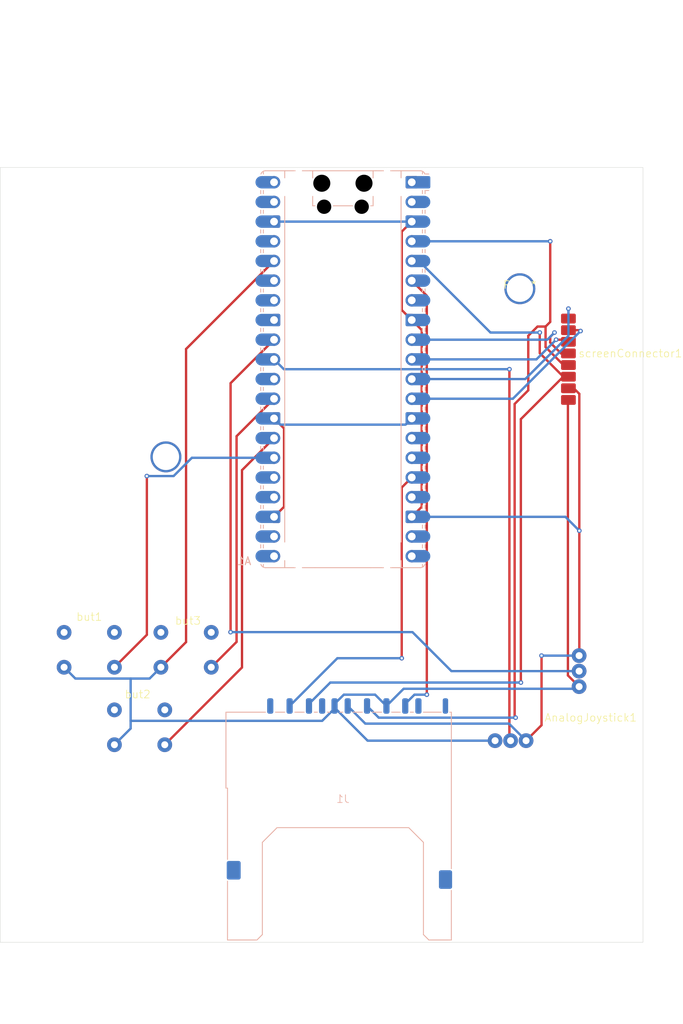
<source format=kicad_pcb>
(kicad_pcb (version 20241229) (generator "pcbnew") (generator_version "9.0")
  (title_block (title "WTAIFIPO") (date "2025-03-20") (rev "1") (company "Ozzys"))
  (layers (0 "F.Cu" signal) (2 "B.Cu" signal) (13 "F.Paste" user) (15 "B.Paste" user) (5 "F.SilkS" user "F.Silkscreen") (7 "B.SilkS" user "B.Silkscreen") (1 "F.Mask" user) (3 "B.Mask" user) (25 "Edge.Cuts" user))
  (net 0 "")
  (net 1 "unconnected-(A1-GPIO11-Pad15)")
  (net 2 "unconnected-(A1-3V3_EN-Pad37)")
  (net 3 "unconnected-(A1-VSYS-Pad39)")
  (net 4 "GROUND")
  (net 5 "SCR_DC")
  (net 6 "unconnected-(A1-GPIO19-Pad25)")
  (net 7 "VCC")
  (net 8 "MMC_CS")
  (net 9 "unconnected-(A1-GPIO5-Pad7)")
  (net 10 "unconnected-(A1-GPIO13-Pad17)")
  (net 11 "unconnected-(A1-GPIO10-Pad14)")
  (net 12 "pinOne")
  (net 13 "SCR_RST")
  (net 14 "unconnected-(A1-ADC_VREF-Pad35)")
  (net 15 "MOSI")
  (net 16 "unconnected-(A1-RUN-Pad30)")
  (net 17 "unconnected-(A1-GPIO17-Pad22)")
  (net 18 "unconnected-(A1-VBUS-Pad40)")
  (net 19 "SCR_BL")
  (net 20 "CLOCK")
  (net 21 "unconnected-(A1-GPIO28_ADC2-Pad34)")
  (net 22 "JOYx")
  (net 23 "unconnected-(A1-GPIO0-Pad1)")
  (net 24 "unconnected-(A1-AGND-Pad33)")
  (net 25 "JOYy")
  (net 26 "unconnected-(A1-GPIO14-Pad19)")
  (net 27 "unconnected-(A1-GPIO18-Pad24)")
  (net 28 "pinTwo")
  (net 29 "pinThree")
  (net 30 "MISO")
  (net 31 "SCR_CS")
  (net 32 "unconnected-(A1-GPIO16-Pad21)")
  (net 33 "unconnected-(A1-GPIO15-Pad20)")
  (net 34 "unconnected-(A1-GPIO1-Pad2)")
  (footprint "MyLibrary:Untitled" (layer "F.Cu") (at 130.63 107.5039)
    (property "Reference" "but2" (at -0.25 -4.25 0) (layer "F.SilkS") (effects (font (thickness 0.1))))
    (property "Value" "~")
    (pad "1" thru_hole circle (at -3.25 -2.25) (size 1.905 1.905) (drill 0.9) (layers "*.Cu" "*.Mask"))
    (pad "2" thru_hole circle (at -3.25 2.25) (size 1.905 1.905) (drill 0.9) (layers "*.Cu" "*.Mask") (net 7 "VCC"))
    (pad "3" thru_hole circle (at 3.25 -2.25) (size 1.905 1.905) (drill 0.9) (layers "*.Cu" "*.Mask"))
    (pad "4" thru_hole circle (at 3.25 2.25) (size 1.905 1.905) (drill 0.9) (layers "*.Cu" "*.Mask") (net 28 "pinTwo"))
  )
  (footprint "MyLibrary:Untitled_3" (layer "F.Cu") (at 186 62.7539)
    (property "Reference" "screenConnector1" (at 8 -3.5 0) (layer "F.SilkS") (effects (font (thickness 0.1))))
    (property "Value" "~")
    (pad "1" smd roundrect (at 0 -8) (size 1.905 1.27) (layers "F.Cu" "F.Mask" "F.Paste") (roundrect_rratio 0.15) (net 19 "SCR_BL"))
    (pad "2" smd roundrect (at 0 -6.5) (size 1.905 1.27) (layers "F.Cu" "F.Mask" "F.Paste") (roundrect_rratio 0.15) (net 13 "SCR_RST"))
    (pad "3" smd roundrect (at 0 -5) (size 1.905 1.27) (layers "F.Cu" "F.Mask" "F.Paste") (roundrect_rratio 0.15) (net 5 "SCR_DC"))
    (pad "4" smd roundrect (at 0 -3.5) (size 1.905 1.27) (layers "F.Cu" "F.Mask" "F.Paste") (roundrect_rratio 0.15) (net 31 "SCR_CS"))
    (pad "5" smd roundrect (at 0 -2) (size 1.905 1.27) (layers "F.Cu" "F.Mask" "F.Paste") (roundrect_rratio 0.15) (net 20 "CLOCK"))
    (pad "6" smd roundrect (at 0 -0.5) (size 1.905 1.27) (layers "F.Cu" "F.Mask" "F.Paste") (roundrect_rratio 0.15) (net 15 "MOSI"))
    (pad "7" smd roundrect (at 0 1) (size 1.905 1.27) (layers "F.Cu" "F.Mask" "F.Paste") (roundrect_rratio 0.15) (net 4 "GROUND"))
    (pad "8" smd roundrect (at 0 2.5) (size 1.905 1.27) (layers "F.Cu" "F.Mask" "F.Paste") (roundrect_rratio 0.15) (net 7 "VCC"))
  )
  (footprint "MyLibrary:Untitled" (layer "F.Cu") (at 124.13 97.5039)
    (property "Reference" "but1" (at 0 -4.25 0) (layer "F.SilkS") (effects (font (thickness 0.1))))
    (property "Value" "~")
    (pad "1" thru_hole circle (at -3.25 -2.25) (size 1.905 1.905) (drill 0.9) (layers "*.Cu" "*.Mask"))
    (pad "2" thru_hole circle (at -3.25 2.25) (size 1.905 1.905) (drill 0.9) (layers "*.Cu" "*.Mask") (net 7 "VCC"))
    (pad "3" thru_hole circle (at 3.25 -2.25) (size 1.905 1.905) (drill 0.9) (layers "*.Cu" "*.Mask"))
    (pad "4" thru_hole circle (at 3.25 2.25) (size 1.905 1.905) (drill 0.9) (layers "*.Cu" "*.Mask") (net 29 "pinThree"))
  )
  (footprint "MyLibrary:drilledHole" (layer "F.Cu") (at 134.03 72.6039)
    (property "Reference" "e" (at 0 -0.5 0) (layer "F.SilkS") (effects (font (thickness 0.1))))
    (property "Value" "drilledHole")
    (pad "1" thru_hole circle (at 0 0) (size 4 4) (drill 3.4) (layers "*.Cu" "*.Mask"))
  )
  (footprint "MyLibrary:drilledHole" (layer "F.Cu") (at 179.73 50.9039)
    (property "Reference" "REF**" (at 0 -0.5 0) (layer "F.SilkS") (effects (font (thickness 0.1))))
    (property "Value" "drilledHole")
    (pad "1" thru_hole circle (at 0 0) (size 4 4) (drill 3.4) (layers "*.Cu" "*.Mask"))
  )
  (footprint "MyLibrary:Untitled" (layer "F.Cu") (at 136.63 97.5039)
    (property "Reference" "but3" (at 0.25 -3.75 0) (layer "F.SilkS") (effects (font (thickness 0.1))))
    (property "Value" "~")
    (pad "1" thru_hole circle (at -3.25 -2.25) (size 1.905 1.905) (drill 0.9) (layers "*.Cu" "*.Mask"))
    (pad "2" thru_hole circle (at -3.25 2.25) (size 1.905 1.905) (drill 0.9) (layers "*.Cu" "*.Mask") (net 7 "VCC"))
    (pad "3" thru_hole circle (at 3.25 -2.25) (size 1.905 1.905) (drill 0.9) (layers "*.Cu" "*.Mask"))
    (pad "4" thru_hole circle (at 3.25 2.25) (size 1.905 1.905) (drill 0.9) (layers "*.Cu" "*.Mask") (net 12 "pinOne"))
  )
  (footprint "Library:2djoystick" (layer "F.Cu") (at 178.53 100.2539)
    (property "Reference" "AnalogJoystick1" (at 10.35 6 0) (layer "F.SilkS") (effects (font (thickness 0.1))))
    (property "Value" "~")
    (pad "1" thru_hole circle (at 8.85 0) (size 1.905 1.905) (drill 0.9) (layers "*.Cu" "*.Mask") (net 22 "JOYx"))
    (pad "2" thru_hole circle (at 8.85 -2) (size 1.905 1.905) (drill 0.9) (layers "*.Cu" "*.Mask") (net 4 "GROUND"))
    (pad "3" thru_hole circle (at 8.85 2) (size 1.905 1.905) (drill 0.9) (layers "*.Cu" "*.Mask") (net 7 "VCC"))
    (pad "4" thru_hole circle (at 0 8.975) (size 1.905 1.905) (drill 0.9) (layers "*.Cu" "*.Mask") (net 25 "JOYy"))
    (pad "5" thru_hole circle (at 2 8.975) (size 1.905 1.905) (drill 0.9) (layers "*.Cu" "*.Mask") (net 4 "GROUND"))
    (pad "6" thru_hole circle (at -2 8.975) (size 1.905 1.905) (drill 0.9) (layers "*.Cu" "*.Mask") (net 7 "VCC"))
  )
  (footprint "MyLibrary:Untitled_2" (layer "B.Cu") (at 156.88 117.2539 180)
    (property "Reference" "J1" (at 0 0.5 0) (layer "B.SilkS") (effects (font (thickness 0.1)) (justify mirror)))
    (property "Value" "SD_Card_Receptacle")
    (pad "" np_thru_hole circle (at -12.1 -12) (size 1.5 1.5) (drill 1.5) (layers "*.Cu" "*.Mask"))
    (pad "" np_thru_hole circle (at 12.1 -12) (size 1.5 1.5) (drill 1.5) (layers "*.Cu" "*.Mask"))
    (pad "1" smd roundrect (at 6.88 12.5 180) (size 0.8 2) (layers "B.Cu" "B.Mask" "B.Paste") (roundrect_rratio 0.313) (net 8 "MMC_CS"))
    (pad "2" smd roundrect (at 4.38 12.5 180) (size 0.8 2) (layers "B.Cu" "B.Mask" "B.Paste") (roundrect_rratio 0.313) (net 15 "MOSI"))
    (pad "3" smd roundrect (at 1.08 12.5 180) (size 0.8 2) (layers "B.Cu" "B.Mask" "B.Paste") (roundrect_rratio 0.313) (net 7 "VCC"))
    (pad "4" smd roundrect (at -0.62 12.5 180) (size 0.8 2) (layers "B.Cu" "B.Mask" "B.Paste") (roundrect_rratio 0.313) (net 4 "GROUND"))
    (pad "5" smd roundrect (at -3.12 12.5 180) (size 0.8 2) (layers "B.Cu" "B.Mask" "B.Paste") (roundrect_rratio 0.313) (net 20 "CLOCK"))
    (pad "6" smd roundrect (at -5.62 12.5 180) (size 0.8 2) (layers "B.Cu" "B.Mask" "B.Paste") (roundrect_rratio 0.313) (net 7 "VCC"))
    (pad "7" smd roundrect (at -8.05 12.5 180) (size 0.8 2) (layers "B.Cu" "B.Mask" "B.Paste") (roundrect_rratio 0.313) (net 30 "MISO"))
    (pad "8" smd roundrect (at -9.75 12.5 180) (size 0.8 2) (layers "B.Cu" "B.Mask" "B.Paste") (roundrect_rratio 0.313))
    (pad "9" smd roundrect (at 9.38 12.5 180) (size 0.8 2) (layers "B.Cu" "B.Mask" "B.Paste") (roundrect_rratio 0.313))
    (pad "10" smd roundrect (at 2.68 12.5 180) (size 0.8 2) (layers "B.Cu" "B.Mask" "B.Paste") (roundrect_rratio 0.313))
    (pad "11" smd roundrect (at -13.24 12.5 180) (size 0.7 2) (layers "B.Cu" "B.Mask" "B.Paste") (roundrect_rratio 0.357))
    (pad "12" smd roundrect (at 14.1 -8.7 180) (size 1.8 2.4) (layers "B.Cu" "B.Mask" "B.Paste") (roundrect_rratio 0.139))
    (pad "13" smd roundrect (at -13.25 -9.9 180) (size 1.7 2.4) (layers "B.Cu" "B.Mask" "B.Paste") (roundrect_rratio 0.147))
  )
  (footprint "Module:RaspberryPi_Pico_Common_Unspecified" (layer "B.Cu") (at 156.88 61.2914 180)
    (property "Reference" "A1" (at 11.7475 -24.765 0) (layer "B.SilkS") (effects (justify left mirror)))
    (property "Value" "RaspberryPi_Pico")
    (pad "" np_thru_hole circle (at -2.725 24 180) (size 2.2 2.2) (drill 2.2) (layers "*.Mask"))
    (pad "" np_thru_hole circle (at -2.425 20.97 180) (size 1.85 1.85) (drill 1.85) (layers "*.Mask"))
    (pad "" np_thru_hole circle (at 2.425 20.97 180) (size 1.85 1.85) (drill 1.85) (layers "*.Mask"))
    (pad "" np_thru_hole circle (at 2.725 24 180) (size 2.2 2.2) (drill 2.2) (layers "*.Mask"))
    (pad "1" smd custom (at -9.69 24.13 180) (size 1.6 0.8) (layers "B.Cu" "B.Mask") (net 23 "unconnected-(A1-GPIO0-Pad1)") (options (clearance outline) (anchor rect)) (primitives (gr_circle (center 0.8 0) (end 1.6 0) (width 0) (fill yes)) (gr_poly (pts (xy -1.6 0.6) (xy -1.6 -0.6) (xy -1.4 -0.8) (xy 0.8 -0.8) (xy 0.8 0.8) (xy -1.4 0.8)) (width 0) (fill yes)) (gr_circle (center -1.4 0.6) (end -1.2 0.6) (width 0) (fill yes)) (gr_circle (center -1.4 -0.6) (end -1.2 -0.6) (width 0) (fill yes))))
    (pad "1" thru_hole roundrect (at -8.89 24.13 180) (size 1.6 1.6) (drill 1) (layers "*.Cu" "*.Mask") (roundrect_rratio 0.125) (net 23 "unconnected-(A1-GPIO0-Pad1)"))
    (pad "2" smd roundrect (at -9.69 21.59 180) (size 3.2 1.6) (layers "B.Cu" "B.Mask") (roundrect_rratio 0.5) (net 34 "unconnected-(A1-GPIO1-Pad2)"))
    (pad "2" thru_hole circle (at -8.89 21.59 180) (size 1.6 1.6) (drill 1) (layers "*.Cu" "*.Mask") (net 34 "unconnected-(A1-GPIO1-Pad2)"))
    (pad "3" smd custom (at -9.69 19.05 180) (size 1.6 0.8) (layers "B.Cu" "B.Mask") (net 4 "GROUND") (options (clearance outline) (anchor rect)) (primitives (gr_circle (center -0.8 0) (end 0 0) (width 0) (fill yes)) (gr_poly (pts (xy 1.6 0.6) (xy 1.6 -0.6) (xy 1.4 -0.8) (xy -0.8 -0.8) (xy -0.8 0.8) (xy 1.4 0.8)) (width 0) (fill yes)) (gr_circle (center 1.4 0.6) (end 1.6 0.6) (width 0) (fill yes)) (gr_circle (center 1.4 -0.6) (end 1.6 -0.6) (width 0) (fill yes))))
    (pad "3" thru_hole custom (at -8.89 19.05 180) (size 1.6 1.6) (drill 1) (layers "*.Cu" "*.Mask") (net 4 "GROUND") (options (clearance outline) (anchor circle)) (primitives (gr_poly (pts (xy 0.8 -0.6) (xy 0.8 0.6) (xy 0.6 0.8) (xy 0 0.8) (xy 0 -0.8) (xy 0.6 -0.8)) (width 0) (fill yes)) (gr_circle (center 0.6 -0.6) (end 0.8 -0.6) (width 0) (fill yes)) (gr_circle (center 0.6 0.6) (end 0.8 0.6) (width 0) (fill yes))))
    (pad "4" smd roundrect (at -9.69 16.51 180) (size 3.2 1.6) (layers "B.Cu" "B.Mask") (roundrect_rratio 0.5) (net 20 "CLOCK"))
    (pad "4" thru_hole circle (at -8.89 16.51 180) (size 1.6 1.6) (drill 1) (layers "*.Cu" "*.Mask") (net 20 "CLOCK"))
    (pad "5" smd roundrect (at -9.69 13.97 180) (size 3.2 1.6) (layers "B.Cu" "B.Mask") (roundrect_rratio 0.5) (net 15 "MOSI"))
    (pad "5" thru_hole circle (at -8.89 13.97 180) (size 1.6 1.6) (drill 1) (layers "*.Cu" "*.Mask") (net 15 "MOSI"))
    (pad "6" smd roundrect (at -9.69 11.43 180) (size 3.2 1.6) (layers "B.Cu" "B.Mask") (roundrect_rratio 0.5) (net 30 "MISO"))
    (pad "6" thru_hole circle (at -8.89 11.43 180) (size 1.6 1.6) (drill 1) (layers "*.Cu" "*.Mask") (net 30 "MISO"))
    (pad "7" smd roundrect (at -9.69 8.89 180) (size 3.2 1.6) (layers "B.Cu" "B.Mask") (roundrect_rratio 0.5) (net 9 "unconnected-(A1-GPIO5-Pad7)"))
    (pad "7" thru_hole circle (at -8.89 8.89 180) (size 1.6 1.6) (drill 1) (layers "*.Cu" "*.Mask") (net 9 "unconnected-(A1-GPIO5-Pad7)"))
    (pad "8" smd custom (at -9.69 6.35 180) (size 1.6 0.8) (layers "B.Cu" "B.Mask") (net 4 "GROUND") (options (clearance outline) (anchor rect)) (primitives (gr_circle (center -0.8 0) (end 0 0) (width 0) (fill yes)) (gr_poly (pts (xy 1.6 0.6) (xy 1.6 -0.6) (xy 1.4 -0.8) (xy -0.8 -0.8) (xy -0.8 0.8) (xy 1.4 0.8)) (width 0) (fill yes)) (gr_circle (center 1.4 0.6) (end 1.6 0.6) (width 0) (fill yes)) (gr_circle (center 1.4 -0.6) (end 1.6 -0.6) (width 0) (fill yes))))
    (pad "8" thru_hole custom (at -8.89 6.35 180) (size 1.6 1.6) (drill 1) (layers "*.Cu" "*.Mask") (net 4 "GROUND") (options (clearance outline) (anchor circle)) (primitives (gr_poly (pts (xy 0.8 -0.6) (xy 0.8 0.6) (xy 0.6 0.8) (xy 0 0.8) (xy 0 -0.8) (xy 0.6 -0.8)) (width 0) (fill yes)) (gr_circle (center 0.6 -0.6) (end 0.8 -0.6) (width 0) (fill yes)) (gr_circle (center 0.6 0.6) (end 0.8 0.6) (width 0) (fill yes))))
    (pad "9" smd roundrect (at -9.69 3.81 180) (size 3.2 1.6) (layers "B.Cu" "B.Mask") (roundrect_rratio 0.5) (net 31 "SCR_CS"))
    (pad "9" thru_hole circle (at -8.89 3.81 180) (size 1.6 1.6) (drill 1) (layers "*.Cu" "*.Mask") (net 31 "SCR_CS"))
    (pad "10" smd roundrect (at -9.69 1.27 180) (size 3.2 1.6) (layers "B.Cu" "B.Mask") (roundrect_rratio 0.5) (net 5 "SCR_DC"))
    (pad "10" thru_hole circle (at -8.89 1.27 180) (size 1.6 1.6) (drill 1) (layers "*.Cu" "*.Mask") (net 5 "SCR_DC"))
    (pad "11" smd roundrect (at -9.69 -1.27 180) (size 3.2 1.6) (layers "B.Cu" "B.Mask") (roundrect_rratio 0.5) (net 19 "SCR_BL"))
    (pad "11" thru_hole circle (at -8.89 -1.27 180) (size 1.6 1.6) (drill 1) (layers "*.Cu" "*.Mask") (net 19 "SCR_BL"))
    (pad "12" smd roundrect (at -9.69 -3.81 180) (size 3.2 1.6) (layers "B.Cu" "B.Mask") (roundrect_rratio 0.5) (net 13 "SCR_RST"))
    (pad "12" thru_hole circle (at -8.89 -3.81 180) (size 1.6 1.6) (drill 1) (layers "*.Cu" "*.Mask") (net 13 "SCR_RST"))
    (pad "13" smd custom (at -9.69 -6.35 180) (size 1.6 0.8) (layers "B.Cu" "B.Mask") (net 4 "GROUND") (options (clearance outline) (anchor rect)) (primitives (gr_circle (center -0.8 0) (end 0 0) (width 0) (fill yes)) (gr_poly (pts (xy 1.6 0.6) (xy 1.6 -0.6) (xy 1.4 -0.8) (xy -0.8 -0.8) (xy -0.8 0.8) (xy 1.4 0.8)) (width 0) (fill yes)) (gr_circle (center 1.4 0.6) (end 1.6 0.6) (width 0) (fill yes)) (gr_circle (center 1.4 -0.6) (end 1.6 -0.6) (width 0) (fill yes))))
    (pad "13" thru_hole custom (at -8.89 -6.35 180) (size 1.6 1.6) (drill 1) (layers "*.Cu" "*.Mask") (net 4 "GROUND") (options (clearance outline) (anchor circle)) (primitives (gr_poly (pts (xy 0.8 -0.6) (xy 0.8 0.6) (xy 0.6 0.8) (xy 0 0.8) (xy 0 -0.8) (xy 0.6 -0.8)) (width 0) (fill yes)) (gr_circle (center 0.6 -0.6) (end 0.8 -0.6) (width 0) (fill yes)) (gr_circle (center 0.6 0.6) (end 0.8 0.6) (width 0) (fill yes))))
    (pad "14" smd roundrect (at -9.69 -8.89 180) (size 3.2 1.6) (layers "B.Cu" "B.Mask") (roundrect_rratio 0.5) (net 11 "unconnected-(A1-GPIO10-Pad14)"))
    (pad "14" thru_hole circle (at -8.89 -8.89 180) (size 1.6 1.6) (drill 1) (layers "*.Cu" "*.Mask") (net 11 "unconnected-(A1-GPIO10-Pad14)"))
    (pad "15" smd roundrect (at -9.69 -11.43 180) (size 3.2 1.6) (layers "B.Cu" "B.Mask") (roundrect_rratio 0.5) (net 1 "unconnected-(A1-GPIO11-Pad15)"))
    (pad "15" thru_hole circle (at -8.89 -11.43 180) (size 1.6 1.6) (drill 1) (layers "*.Cu" "*.Mask") (net 1 "unconnected-(A1-GPIO11-Pad15)"))
    (pad "16" smd roundrect (at -9.69 -13.97 180) (size 3.2 1.6) (layers "B.Cu" "B.Mask") (roundrect_rratio 0.5) (net 8 "MMC_CS"))
    (pad "16" thru_hole circle (at -8.89 -13.97 180) (size 1.6 1.6) (drill 1) (layers "*.Cu" "*.Mask") (net 8 "MMC_CS"))
    (pad "17" smd roundrect (at -9.69 -16.51 180) (size 3.2 1.6) (layers "B.Cu" "B.Mask") (roundrect_rratio 0.5) (net 10 "unconnected-(A1-GPIO13-Pad17)"))
    (pad "17" thru_hole circle (at -8.89 -16.51 180) (size 1.6 1.6) (drill 1) (layers "*.Cu" "*.Mask") (net 10 "unconnected-(A1-GPIO13-Pad17)"))
    (pad "18" smd custom (at -9.69 -19.05 180) (size 1.6 0.8) (layers "B.Cu" "B.Mask") (net 4 "GROUND") (options (clearance outline) (anchor rect)) (primitives (gr_circle (center -0.8 0) (end 0 0) (width 0) (fill yes)) (gr_poly (pts (xy 1.6 0.6) (xy 1.6 -0.6) (xy 1.4 -0.8) (xy -0.8 -0.8) (xy -0.8 0.8) (xy 1.4 0.8)) (width 0) (fill yes)) (gr_circle (center 1.4 0.6) (end 1.6 0.6) (width 0) (fill yes)) (gr_circle (center 1.4 -0.6) (end 1.6 -0.6) (width 0) (fill yes))))
    (pad "18" thru_hole custom (at -8.89 -19.05 180) (size 1.6 1.6) (drill 1) (layers "*.Cu" "*.Mask") (net 4 "GROUND") (options (clearance outline) (anchor circle)) (primitives (gr_poly (pts (xy 0.8 -0.6) (xy 0.8 0.6) (xy 0.6 0.8) (xy 0 0.8) (xy 0 -0.8) (xy 0.6 -0.8)) (width 0) (fill yes)) (gr_circle (center 0.6 -0.6) (end 0.8 -0.6) (width 0) (fill yes)) (gr_circle (center 0.6 0.6) (end 0.8 0.6) (width 0) (fill yes))))
    (pad "19" smd roundrect (at -9.69 -21.59 180) (size 3.2 1.6) (layers "B.Cu" "B.Mask") (roundrect_rratio 0.5) (net 26 "unconnected-(A1-GPIO14-Pad19)"))
    (pad "19" thru_hole circle (at -8.89 -21.59 180) (size 1.6 1.6) (drill 1) (layers "*.Cu" "*.Mask") (net 26 "unconnected-(A1-GPIO14-Pad19)"))
    (pad "20" smd roundrect (at -9.69 -24.13 180) (size 3.2 1.6) (layers "B.Cu" "B.Mask") (roundrect_rratio 0.5) (net 33 "unconnected-(A1-GPIO15-Pad20)"))
    (pad "20" thru_hole circle (at -8.89 -24.13 180) (size 1.6 1.6) (drill 1) (layers "*.Cu" "*.Mask") (net 33 "unconnected-(A1-GPIO15-Pad20)"))
    (pad "21" thru_hole circle (at 8.89 -24.13 180) (size 1.6 1.6) (drill 1) (layers "*.Cu" "*.Mask") (net 32 "unconnected-(A1-GPIO16-Pad21)"))
    (pad "21" smd roundrect (at 9.69 -24.13 180) (size 3.2 1.6) (layers "B.Cu" "B.Mask") (roundrect_rratio 0.5) (net 32 "unconnected-(A1-GPIO16-Pad21)"))
    (pad "22" thru_hole circle (at 8.89 -21.59 180) (size 1.6 1.6) (drill 1) (layers "*.Cu" "*.Mask") (net 17 "unconnected-(A1-GPIO17-Pad22)"))
    (pad "22" smd roundrect (at 9.69 -21.59 180) (size 3.2 1.6) (layers "B.Cu" "B.Mask") (roundrect_rratio 0.5) (net 17 "unconnected-(A1-GPIO17-Pad22)"))
    (pad "23" thru_hole custom (at 8.89 -19.05 180) (size 1.6 1.6) (drill 1) (layers "*.Cu" "*.Mask") (net 4 "GROUND") (options (clearance outline) (anchor circle)) (primitives (gr_poly (pts (xy -0.8 -0.6) (xy -0.8 0.6) (xy -0.6 0.8) (xy 0 0.8) (xy 0 -0.8) (xy -0.6 -0.8)) (width 0) (fill yes)) (gr_circle (center -0.6 -0.6) (end -0.4 -0.6) (width 0) (fill yes)) (gr_circle (center -0.6 0.6) (end -0.4 0.6) (width 0) (fill yes))))
    (pad "23" smd custom (at 9.69 -19.05 180) (size 1.6 0.8) (layers "B.Cu" "B.Mask") (net 4 "GROUND") (options (clearance outline) (anchor rect)) (primitives (gr_circle (center 0.8 0) (end 1.6 0) (width 0) (fill yes)) (gr_poly (pts (xy -1.6 0.6) (xy -1.6 -0.6) (xy -1.4 -0.8) (xy 0.8 -0.8) (xy 0.8 0.8) (xy -1.4 0.8)) (width 0) (fill yes)) (gr_circle (center -1.4 0.6) (end -1.2 0.6) (width 0) (fill yes)) (gr_circle (center -1.4 -0.6) (end -1.2 -0.6) (width 0) (fill yes))))
    (pad "24" thru_hole circle (at 8.89 -16.51 180) (size 1.6 1.6) (drill 1) (layers "*.Cu" "*.Mask") (net 27 "unconnected-(A1-GPIO18-Pad24)"))
    (pad "24" smd roundrect (at 9.69 -16.51 180) (size 3.2 1.6) (layers "B.Cu" "B.Mask") (roundrect_rratio 0.5) (net 27 "unconnected-(A1-GPIO18-Pad24)"))
    (pad "25" thru_hole circle (at 8.89 -13.97 180) (size 1.6 1.6) (drill 1) (layers "*.Cu" "*.Mask") (net 6 "unconnected-(A1-GPIO19-Pad25)"))
    (pad "25" smd roundrect (at 9.69 -13.97 180) (size 3.2 1.6) (layers "B.Cu" "B.Mask") (roundrect_rratio 0.5) (net 6 "unconnected-(A1-GPIO19-Pad25)"))
    (pad "26" thru_hole circle (at 8.89 -11.43 180) (size 1.6 1.6) (drill 1) (layers "*.Cu" "*.Mask") (net 29 "pinThree"))
    (pad "26" smd roundrect (at 9.69 -11.43 180) (size 3.2 1.6) (layers "B.Cu" "B.Mask") (roundrect_rratio 0.5) (net 29 "pinThree"))
    (pad "27" thru_hole circle (at 8.89 -8.89 180) (size 1.6 1.6) (drill 1) (layers "*.Cu" "*.Mask") (net 28 "pinTwo"))
    (pad "27" smd roundrect (at 9.69 -8.89 180) (size 3.2 1.6) (layers "B.Cu" "B.Mask") (roundrect_rratio 0.5) (net 28 "pinTwo"))
    (pad "28" thru_hole custom (at 8.89 -6.35 180) (size 1.6 1.6) (drill 1) (layers "*.Cu" "*.Mask") (net 4 "GROUND") (options (clearance outline) (anchor circle)) (primitives (gr_poly (pts (xy -0.8 -0.6) (xy -0.8 0.6) (xy -0.6 0.8) (xy 0 0.8) (xy 0 -0.8) (xy -0.6 -0.8)) (width 0) (fill yes)) (gr_circle (center -0.6 -0.6) (end -0.4 -0.6) (width 0) (fill yes)) (gr_circle (center -0.6 0.6) (end -0.4 0.6) (width 0) (fill yes))))
    (pad "28" smd custom (at 9.69 -6.35 180) (size 1.6 0.8) (layers "B.Cu" "B.Mask") (net 4 "GROUND") (options (clearance outline) (anchor rect)) (primitives (gr_circle (center 0.8 0) (end 1.6 0) (width 0) (fill yes)) (gr_poly (pts (xy -1.6 0.6) (xy -1.6 -0.6) (xy -1.4 -0.8) (xy 0.8 -0.8) (xy 0.8 0.8) (xy -1.4 0.8)) (width 0) (fill yes)) (gr_circle (center -1.4 0.6) (end -1.2 0.6) (width 0) (fill yes)) (gr_circle (center -1.4 -0.6) (end -1.2 -0.6) (width 0) (fill yes))))
    (pad "29" thru_hole circle (at 8.89 -3.81 180) (size 1.6 1.6) (drill 1) (layers "*.Cu" "*.Mask") (net 12 "pinOne"))
    (pad "29" smd roundrect (at 9.69 -3.81 180) (size 3.2 1.6) (layers "B.Cu" "B.Mask") (roundrect_rratio 0.5) (net 12 "pinOne"))
    (pad "30" thru_hole circle (at 8.89 -1.27 180) (size 1.6 1.6) (drill 1) (layers "*.Cu" "*.Mask") (net 16 "unconnected-(A1-RUN-Pad30)"))
    (pad "30" smd roundrect (at 9.69 -1.27 180) (size 3.2 1.6) (layers "B.Cu" "B.Mask") (roundrect_rratio 0.5) (net 16 "unconnected-(A1-RUN-Pad30)"))
    (pad "31" thru_hole circle (at 8.89 1.27 180) (size 1.6 1.6) (drill 1) (layers "*.Cu" "*.Mask") (net 25 "JOYy"))
    (pad "31" smd roundrect (at 9.69 1.27 180) (size 3.2 1.6) (layers "B.Cu" "B.Mask") (roundrect_rratio 0.5) (net 25 "JOYy"))
    (pad "32" thru_hole circle (at 8.89 3.81 180) (size 1.6 1.6) (drill 1) (layers "*.Cu" "*.Mask") (net 22 "JOYx"))
    (pad "32" smd roundrect (at 9.69 3.81 180) (size 3.2 1.6) (layers "B.Cu" "B.Mask") (roundrect_rratio 0.5) (net 22 "JOYx"))
    (pad "33" thru_hole custom (at 8.89 6.35 180) (size 1.6 1.6) (drill 1) (layers "*.Cu" "*.Mask") (net 24 "unconnected-(A1-AGND-Pad33)") (options (clearance outline) (anchor circle)) (primitives (gr_poly (pts (xy -0.8 -0.6) (xy -0.8 0.6) (xy -0.6 0.8) (xy 0 0.8) (xy 0 -0.8) (xy -0.6 -0.8)) (width 0) (fill yes)) (gr_circle (center -0.6 -0.6) (end -0.4 -0.6) (width 0) (fill yes)) (gr_circle (center -0.6 0.6) (end -0.4 0.6) (width 0) (fill yes))))
    (pad "33" smd custom (at 9.69 6.35 180) (size 1.6 0.8) (layers "B.Cu" "B.Mask") (net 24 "unconnected-(A1-AGND-Pad33)") (options (clearance outline) (anchor rect)) (primitives (gr_circle (center 0.8 0) (end 1.6 0) (width 0) (fill yes)) (gr_poly (pts (xy -1.6 0.6) (xy -1.6 -0.6) (xy -1.4 -0.8) (xy 0.8 -0.8) (xy 0.8 0.8) (xy -1.4 0.8)) (width 0) (fill yes)) (gr_circle (center -1.4 0.6) (end -1.2 0.6) (width 0) (fill yes)) (gr_circle (center -1.4 -0.6) (end -1.2 -0.6) (width 0) (fill yes))))
    (pad "34" thru_hole circle (at 8.89 8.89 180) (size 1.6 1.6) (drill 1) (layers "*.Cu" "*.Mask") (net 21 "unconnected-(A1-GPIO28_ADC2-Pad34)"))
    (pad "34" smd roundrect (at 9.69 8.89 180) (size 3.2 1.6) (layers "B.Cu" "B.Mask") (roundrect_rratio 0.5) (net 21 "unconnected-(A1-GPIO28_ADC2-Pad34)"))
    (pad "35" thru_hole circle (at 8.89 11.43 180) (size 1.6 1.6) (drill 1) (layers "*.Cu" "*.Mask") (net 14 "unconnected-(A1-ADC_VREF-Pad35)"))
    (pad "35" smd roundrect (at 9.69 11.43 180) (size 3.2 1.6) (layers "B.Cu" "B.Mask") (roundrect_rratio 0.5) (net 14 "unconnected-(A1-ADC_VREF-Pad35)"))
    (pad "36" thru_hole circle (at 8.89 13.97 180) (size 1.6 1.6) (drill 1) (layers "*.Cu" "*.Mask") (net 7 "VCC"))
    (pad "36" smd roundrect (at 9.69 13.97 180) (size 3.2 1.6) (layers "B.Cu" "B.Mask") (roundrect_rratio 0.5) (net 7 "VCC"))
    (pad "37" thru_hole circle (at 8.89 16.51 180) (size 1.6 1.6) (drill 1) (layers "*.Cu" "*.Mask") (net 2 "unconnected-(A1-3V3_EN-Pad37)"))
    (pad "37" smd roundrect (at 9.69 16.51 180) (size 3.2 1.6) (layers "B.Cu" "B.Mask") (roundrect_rratio 0.5) (net 2 "unconnected-(A1-3V3_EN-Pad37)"))
    (pad "38" thru_hole custom (at 8.89 19.05 180) (size 1.6 1.6) (drill 1) (layers "*.Cu" "*.Mask") (net 4 "GROUND") (options (clearance outline) (anchor circle)) (primitives (gr_poly (pts (xy -0.8 -0.6) (xy -0.8 0.6) (xy -0.6 0.8) (xy 0 0.8) (xy 0 -0.8) (xy -0.6 -0.8)) (width 0) (fill yes)) (gr_circle (center -0.6 -0.6) (end -0.4 -0.6) (width 0) (fill yes)) (gr_circle (center -0.6 0.6) (end -0.4 0.6) (width 0) (fill yes))))
    (pad "38" smd custom (at 9.69 19.05 180) (size 1.6 0.8) (layers "B.Cu" "B.Mask") (net 4 "GROUND") (options (clearance outline) (anchor rect)) (primitives (gr_circle (center 0.8 0) (end 1.6 0) (width 0) (fill yes)) (gr_poly (pts (xy -1.6 0.6) (xy -1.6 -0.6) (xy -1.4 -0.8) (xy 0.8 -0.8) (xy 0.8 0.8) (xy -1.4 0.8)) (width 0) (fill yes)) (gr_circle (center -1.4 0.6) (end -1.2 0.6) (width 0) (fill yes)) (gr_circle (center -1.4 -0.6) (end -1.2 -0.6) (width 0) (fill yes))))
    (pad "39" thru_hole circle (at 8.89 21.59 180) (size 1.6 1.6) (drill 1) (layers "*.Cu" "*.Mask") (net 3 "unconnected-(A1-VSYS-Pad39)"))
    (pad "39" smd roundrect (at 9.69 21.59 180) (size 3.2 1.6) (layers "B.Cu" "B.Mask") (roundrect_rratio 0.5) (net 3 "unconnected-(A1-VSYS-Pad39)"))
    (pad "40" thru_hole circle (at 8.89 24.13 180) (size 1.6 1.6) (drill 1) (layers "*.Cu" "*.Mask") (net 18 "unconnected-(A1-VBUS-Pad40)"))
    (pad "40" smd roundrect (at 9.69 24.13 180) (size 3.2 1.6) (layers "B.Cu" "B.Mask") (roundrect_rratio 0.5) (net 18 "unconnected-(A1-VBUS-Pad40)"))
  )
  (gr_rect (start 112.63 35.2539) (end 195.63 135.2539) (stroke (width 0.05)) (fill no) (layer "Edge.Cuts"))
  (segment (start 165.77 72.7214) (end 166.57 72.7214) (width 0.3) (layer "B.Cu") (net 1))
  (segment (start 147.19 44.7814) (end 147.99 44.7814) (width 0.3) (layer "B.Cu") (net 2))
  (segment (start 147.19 39.7014) (end 147.99 39.7014) (width 0.3) (layer "B.Cu") (net 3))
  (segment (start 180.53 109.2289) (end 182.5286 107.2303) (width 0.3) (layer "F.Cu") (net 4))
  (segment (start 164.4802 53.6516) (end 165.77 54.9414) (width 0.3) (layer "F.Cu") (net 4))
  (segment (start 167.0583 56.2297) (end 167.0583 67.6414) (width 0.3) (layer "F.Cu") (net 4))
  (segment (start 167.0583 79.0531) (end 165.77 80.3414) (width 0.3) (layer "F.Cu") (net 4))
  (segment (start 165.77 54.9414) (end 167.0583 56.2297) (width 0.3) (layer "F.Cu") (net 4))
  (segment (start 147.99 80.3414) (end 149.2798 79.0516) (width 0.3) (layer "F.Cu") (net 4))
  (segment (start 167.0583 67.6414) (end 165.77 67.6414) (width 0.3) (layer "F.Cu") (net 4))
  (segment (start 182.5286 107.2303) (end 182.5286 98.2539) (width 0.3) (layer "F.Cu") (net 4))
  (segment (start 167.0583 67.6414) (end 167.0583 79.0531) (width 0.3) (layer "F.Cu") (net 4))
  (segment (start 165.77 42.2414) (end 164.4802 43.5312) (width 0.3) (layer "F.Cu") (net 4))
  (segment (start 149.2798 79.0516) (end 149.2798 68.9312) (width 0.3) (layer "F.Cu") (net 4))
  (segment (start 187.4061 82.1337) (end 187.4061 64.468) (width 0.3) (layer "F.Cu") (net 4))
  (segment (start 187.4061 98.2278) (end 187.4061 82.1337) (width 0.3) (layer "F.Cu") (net 4))
  (segment (start 186.692 63.7539) (end 186 63.7539) (width 0.3) (layer "F.Cu") (net 4))
  (segment (start 149.2798 68.9312) (end 147.99 67.6414) (width 0.3) (layer "F.Cu") (net 4))
  (segment (start 187.4061 64.468) (end 186.692 63.7539) (width 0.3) (layer "F.Cu") (net 4))
  (segment (start 164.4802 43.5312) (end 164.4802 53.6516) (width 0.3) (layer "F.Cu") (net 4))
  (segment (start 187.38 98.2539) (end 187.4061 98.2278) (width 0.3) (layer "F.Cu") (net 4))
  (via (at 182.5286 98.2539) (size 0.6) (drill 0.3) (layers "F.Cu" "B.Cu") (net 4))
  (via (at 187.4061 82.1337) (size 0.6) (drill 0.3) (layers "F.Cu" "B.Cu") (net 4))
  (segment (start 148.7942 68.4456) (end 164.9658 68.4456) (width 0.3) (layer "B.Cu") (net 4))
  (segment (start 147.19 67.6414) (end 147.99 67.6414) (width 0.3) (layer "B.Cu") (net 4))
  (segment (start 157.5 104.7539) (end 159.7762 107.0301) (width 0.3) (layer "B.Cu") (net 4))
  (segment (start 147.19 80.3414) (end 147.99 80.3414) (width 0.3) (layer "B.Cu") (net 4))
  (segment (start 165.77 67.6414) (end 166.57 67.6414) (width 0.3) (layer "B.Cu") (net 4))
  (segment (start 165.77 80.3414) (end 166.57 80.3414) (width 0.3) (layer "B.Cu") (net 4))
  (segment (start 165.77 42.2414) (end 166.57 42.2414) (width 0.3) (layer "B.Cu") (net 4))
  (segment (start 147.19 42.2414) (end 147.99 42.2414) (width 0.3) (layer "B.Cu") (net 4))
  (segment (start 164.9658 68.4456) (end 165.77 67.6414) (width 0.3) (layer "B.Cu") (net 4))
  (segment (start 165.77 54.9414) (end 166.57 54.9414) (width 0.3) (layer "B.Cu") (net 4))
  (segment (start 166.57 80.3414) (end 185.6138 80.3414) (width 0.3) (layer "B.Cu") (net 4))
  (segment (start 159.7762 107.0301) (end 178.3312 107.0301) (width 0.3) (layer "B.Cu") (net 4))
  (segment (start 147.99 42.2414) (end 165.77 42.2414) (width 0.3) (layer "B.Cu") (net 4))
  (segment (start 185.6138 80.3414) (end 187.4061 82.1337) (width 0.3) (layer "B.Cu") (net 4))
  (segment (start 178.3312 107.0301) (end 180.53 109.2289) (width 0.3) (layer "B.Cu") (net 4))
  (segment (start 187.38 98.2539) (end 182.5286 98.2539) (width 0.3) (layer "B.Cu") (net 4))
  (segment (start 147.99 67.6414) (end 148.7942 68.4456) (width 0.3) (layer "B.Cu") (net 4))
  (segment (start 186 57.7539) (end 185.7275 57.4814) (width 0.3) (layer "F.Cu") (net 5))
  (segment (start 185.7275 57.4814) (end 184.4073 57.4814) (width 0.3) (layer "F.Cu") (net 5))
  (via (at 184.4073 57.4814) (size 0.6) (drill 0.3) (layers "F.Cu" "B.Cu") (net 5))
  (segment (start 165.77 60.0214) (end 166.57 60.0214) (width 0.3) (layer "B.Cu") (net 5))
  (segment (start 181.8673 60.0214) (end 184.4073 57.4814) (width 0.3) (layer "B.Cu") (net 5))
  (segment (start 166.57 60.0214) (end 181.8673 60.0214) (width 0.3) (layer "B.Cu") (net 5))
  (segment (start 147.19 75.2614) (end 147.99 75.2614) (width 0.3) (layer "B.Cu") (net 6))
  (segment (start 136.6301 96.5038) (end 133.38 99.7539) (width 0.3) (layer "F.Cu") (net 7))
  (segment (start 147.99 47.3214) (end 136.6301 58.6813) (width 0.3) (layer "F.Cu") (net 7))
  (segment (start 185.9337 100.8076) (end 187.38 102.2539) (width 0.3) (layer "F.Cu") (net 7))
  (segment (start 136.6301 58.6813) (end 136.6301 96.5038) (width 0.3) (layer "F.Cu") (net 7))
  (segment (start 186 65.2539) (end 185.9337 65.3202) (width 0.3) (layer "F.Cu") (net 7))
  (segment (start 185.9337 65.3202) (end 185.9337 100.8076) (width 0.3) (layer "F.Cu") (net 7))
  (segment (start 131.9191 101.2148) (end 129.4743 101.2148) (width 0.3) (layer "B.Cu") (net 7))
  (segment (start 154.208 106.6689) (end 129.4743 106.6689) (width 0.3) (layer "B.Cu") (net 7))
  (segment (start 129.4743 107.6596) (end 127.38 109.7539) (width 0.3) (layer "B.Cu") (net 7))
  (segment (start 161.0393 103.2932) (end 156.998 103.2932) (width 0.3) (layer "B.Cu") (net 7))
  (segment (start 162.5 104.7539) (end 164.7232 102.5307) (width 0.3) (layer "B.Cu") (net 7))
  (segment (start 129.4743 106.6689) (end 129.4743 107.6596) (width 0.3) (layer "B.Cu") (net 7))
  (segment (start 164.7232 102.5307) (end 187.1032 102.5307) (width 0.3) (layer "B.Cu") (net 7))
  (segment (start 155.8 104.4912) (end 155.8 104.7539) (width 0.3) (layer "B.Cu") (net 7))
  (segment (start 155.8 104.9586) (end 155.8592 105.0177) (width 0.3) (layer "B.Cu") (net 7))
  (segment (start 129.4743 101.2148) (end 129.4743 106.6689) (width 0.3) (layer "B.Cu") (net 7))
  (segment (start 162.5 104.7539) (end 161.0393 103.2932) (width 0.3) (layer "B.Cu") (net 7))
  (segment (start 155.8592 105.0177) (end 154.208 106.6689) (width 0.3) (layer "B.Cu") (net 7))
  (segment (start 187.1032 102.5307) (end 187.38 102.2539) (width 0.3) (layer "B.Cu") (net 7))
  (segment (start 156.998 103.2932) (end 155.8 104.4912) (width 0.3) (layer "B.Cu") (net 7))
  (segment (start 129.4743 101.2148) (end 122.3409 101.2148) (width 0.3) (layer "B.Cu") (net 7))
  (segment (start 155.8592 105.0177) (end 160.0703 109.2289) (width 0.3) (layer "B.Cu") (net 7))
  (segment (start 155.8 104.7539) (end 155.8 104.9586) (width 0.3) (layer "B.Cu") (net 7))
  (segment (start 147.19 47.3214) (end 147.99 47.3214) (width 0.3) (layer "B.Cu") (net 7))
  (segment (start 160.0703 109.2289) (end 176.53 109.2289) (width 0.3) (layer "B.Cu") (net 7))
  (segment (start 133.38 99.7539) (end 131.9191 101.2148) (width 0.3) (layer "B.Cu") (net 7))
  (segment (start 122.3409 101.2148) (end 120.88 99.7539) (width 0.3) (layer "B.Cu") (net 7))
  (segment (start 165.77 75.2614) (end 164.4751 76.5563) (width 0.3) (layer "F.Cu") (net 8))
  (segment (start 164.4751 76.5563) (end 164.4751 98.5907) (width 0.3) (layer "F.Cu") (net 8))
  (via (at 164.4751 98.5907) (size 0.6) (drill 0.3) (layers "F.Cu" "B.Cu") (net 8))
  (segment (start 150 104.7539) (end 156.1632 98.5907) (width 0.3) (layer "B.Cu") (net 8))
  (segment (start 156.1632 98.5907) (end 164.4751 98.5907) (width 0.3) (layer "B.Cu") (net 8))
  (segment (start 165.77 75.2614) (end 166.57 75.2614) (width 0.3) (layer "B.Cu") (net 8))
  (segment (start 165.77 52.4014) (end 166.57 52.4014) (width 0.3) (layer "B.Cu") (net 9))
  (segment (start 165.77 77.8014) (end 166.57 77.8014) (width 0.3) (layer "B.Cu") (net 10))
  (segment (start 165.77 70.1814) (end 166.57 70.1814) (width 0.3) (layer "B.Cu") (net 11))
  (segment (start 143.1512 96.4827) (end 143.1512 69.9402) (width 0.3) (layer "F.Cu") (net 12))
  (segment (start 143.1512 69.9402) (end 147.99 65.1014) (width 0.3) (layer "F.Cu") (net 12))
  (segment (start 139.88 99.7539) (end 143.1512 96.4827) (width 0.3) (layer "F.Cu") (net 12))
  (segment (start 147.19 65.1014) (end 147.99 65.1014) (width 0.3) (layer "B.Cu") (net 12))
  (segment (start 186 56.2539) (end 187.4505 56.2539) (width 0.3) (layer "F.Cu") (net 13))
  (segment (start 187.4505 56.2539) (end 187.562 56.3654) (width 0.3) (layer "F.Cu") (net 13))
  (via (at 187.562 56.3654) (size 0.6) (drill 0.3) (layers "F.Cu" "B.Cu") (net 13))
  (segment (start 165.77 65.1014) (end 166.57 65.1014) (width 0.3) (layer "B.Cu") (net 13))
  (segment (start 178.826 65.1014) (end 187.562 56.3654) (width 0.3) (layer "B.Cu") (net 13))
  (segment (start 166.57 65.1014) (end 178.826 65.1014) (width 0.3) (layer "B.Cu") (net 13))
  (segment (start 147.19 49.8614) (end 147.99 49.8614) (width 0.3) (layer "B.Cu") (net 14))
  (segment (start 179.857 67.7347) (end 179.857 101.7283) (width 0.3) (layer "F.Cu") (net 15))
  (segment (start 182.297 56.5568) (end 182.297 59.2131) (width 0.3) (layer "F.Cu") (net 15))
  (segment (start 185.3378 62.2539) (end 186 62.2539) (width 0.3) (layer "F.Cu") (net 15))
  (segment (start 185.3378 62.2539) (end 179.857 67.7347) (width 0.3) (layer "F.Cu") (net 15))
  (segment (start 182.297 59.2131) (end 185.3378 62.2539) (width 0.3) (layer "F.Cu") (net 15))
  (via (at 179.857 101.7283) (size 0.6) (drill 0.3) (layers "F.Cu" "B.Cu") (net 15))
  (via (at 182.297 56.5568) (size 0.6) (drill 0.3) (layers "F.Cu" "B.Cu") (net 15))
  (segment (start 179.857 101.7283) (end 155.2524 101.7283) (width 0.3) (layer "B.Cu") (net 15))
  (segment (start 152.5 104.4807) (end 152.5 104.7539) (width 0.3) (layer "B.Cu") (net 15))
  (segment (start 166.57 47.3214) (end 166.6983 47.3214) (width 0.3) (layer "B.Cu") (net 15))
  (segment (start 165.77 47.3214) (end 166.57 47.3214) (width 0.3) (layer "B.Cu") (net 15))
  (segment (start 175.9337 56.5568) (end 182.297 56.5568) (width 0.3) (layer "B.Cu") (net 15))
  (segment (start 166.6983 47.3214) (end 175.9337 56.5568) (width 0.3) (layer "B.Cu") (net 15))
  (segment (start 155.2524 101.7283) (end 152.5 104.4807) (width 0.3) (layer "B.Cu") (net 15))
  (segment (start 147.19 62.5614) (end 147.99 62.5614) (width 0.3) (layer "B.Cu") (net 16))
  (segment (start 147.19 82.8814) (end 147.99 82.8814) (width 0.3) (layer "B.Cu") (net 17))
  (segment (start 147.19 37.1614) (end 147.99 37.1614) (width 0.3) (layer "B.Cu") (net 18))
  (segment (start 186 54.7539) (end 186 53.4767) (width 0.3) (layer "F.Cu") (net 19))
  (via (at 186 53.4767) (size 0.6) (drill 0.3) (layers "F.Cu" "B.Cu") (net 19))
  (segment (start 186 56.9882) (end 186 53.4767) (width 0.3) (layer "B.Cu") (net 19))
  (segment (start 180.4268 62.5614) (end 186 56.9882) (width 0.3) (layer "B.Cu") (net 19))
  (segment (start 166.57 62.5614) (end 180.4268 62.5614) (width 0.3) (layer "B.Cu") (net 19))
  (segment (start 165.77 62.5614) (end 166.57 62.5614) (width 0.3) (layer "B.Cu") (net 19))
  (segment (start 183.6505 44.7814) (end 183.6505 55.1839) (width 0.3) (layer "F.Cu") (net 20))
  (segment (start 180.8166 64.0141) (end 179.0551 65.7756) (width 0.3) (layer "F.Cu") (net 20))
  (segment (start 179.0551 65.7756) (end 179.0551 106.1419) (width 0.3) (layer "F.Cu") (net 20))
  (segment (start 183.0488 58.4366) (end 185.3661 60.7539) (width 0.3) (layer "F.Cu") (net 20))
  (segment (start 183.0488 55.7856) (end 182.0052 55.7856) (width 0.3) (layer "F.Cu") (net 20))
  (segment (start 185.3661 60.7539) (end 186 60.7539) (width 0.3) (layer "F.Cu") (net 20))
  (segment (start 183.6505 55.1839) (end 183.0488 55.7856) (width 0.3) (layer "F.Cu") (net 20))
  (segment (start 183.0488 55.7856) (end 183.0488 58.4366) (width 0.3) (layer "F.Cu") (net 20))
  (segment (start 179.0551 106.1419) (end 179.1738 106.2606) (width 0.3) (layer "F.Cu") (net 20))
  (segment (start 180.8166 56.9742) (end 180.8166 64.0141) (width 0.3) (layer "F.Cu") (net 20))
  (segment (start 182.0052 55.7856) (end 180.8166 56.9742) (width 0.3) (layer "F.Cu") (net 20))
  (via (at 183.6505 44.7814) (size 0.6) (drill 0.3) (layers "F.Cu" "B.Cu") (net 20))
  (via (at 179.1738 106.2606) (size 0.6) (drill 0.3) (layers "F.Cu" "B.Cu") (net 20))
  (segment (start 166.57 44.7814) (end 183.6505 44.7814) (width 0.3) (layer "B.Cu") (net 20))
  (segment (start 165.77 44.7814) (end 166.57 44.7814) (width 0.3) (layer "B.Cu") (net 20))
  (segment (start 160 104.7539) (end 161.5067 106.2606) (width 0.3) (layer "B.Cu") (net 20))
  (segment (start 161.5067 106.2606) (end 179.1738 106.2606) (width 0.3) (layer "B.Cu") (net 20))
  (segment (start 147.19 52.4014) (end 147.99 52.4014) (width 0.3) (layer "B.Cu") (net 21))
  (segment (start 147.99 57.4814) (end 142.3771 63.0943) (width 0.3) (layer "F.Cu") (net 22))
  (segment (start 142.3771 63.0943) (end 142.3771 95.2214) (width 0.3) (layer "F.Cu") (net 22))
  (via (at 142.3771 95.2214) (size 0.6) (drill 0.3) (layers "F.Cu" "B.Cu") (net 22))
  (segment (start 147.19 57.4814) (end 147.99 57.4814) (width 0.3) (layer "B.Cu") (net 22))
  (segment (start 187.38 100.2539) (end 170.8955 100.2539) (width 0.3) (layer "B.Cu") (net 22))
  (segment (start 165.863 95.2214) (end 142.3771 95.2214) (width 0.3) (layer "B.Cu") (net 22))
  (segment (start 170.8955 100.2539) (end 165.863 95.2214) (width 0.3) (layer "B.Cu") (net 22))
  (segment (start 165.77 37.1614) (end 166.57 37.1614) (width 0.3) (layer "B.Cu") (net 23))
  (segment (start 147.19 54.9414) (end 147.99 54.9414) (width 0.3) (layer "B.Cu") (net 24))
  (segment (start 178.53 109.2289) (end 178.3796 109.0785) (width 0.3) (layer "F.Cu") (net 25))
  (segment (start 178.3796 109.0785) (end 178.3796 61.2913) (width 0.3) (layer "F.Cu") (net 25))
  (via (at 178.3796 61.2913) (size 0.6) (drill 0.3) (layers "F.Cu" "B.Cu") (net 25))
  (segment (start 147.19 60.0214) (end 147.99 60.0214) (width 0.3) (layer "B.Cu") (net 25))
  (segment (start 147.99 60.0214) (end 149.2599 61.2913) (width 0.3) (layer "B.Cu") (net 25))
  (segment (start 149.2599 61.2913) (end 178.3796 61.2913) (width 0.3) (layer "B.Cu") (net 25))
  (segment (start 165.77 82.8814) (end 166.57 82.8814) (width 0.3) (layer "B.Cu") (net 26))
  (segment (start 147.19 77.8014) (end 147.99 77.8014) (width 0.3) (layer "B.Cu") (net 27))
  (segment (start 133.88 109.7539) (end 143.8536 99.7803) (width 0.3) (layer "F.Cu") (net 28))
  (segment (start 143.8536 74.3178) (end 147.99 70.1814) (width 0.3) (layer "F.Cu") (net 28))
  (segment (start 143.8536 99.7803) (end 143.8536 74.3178) (width 0.3) (layer "F.Cu") (net 28))
  (segment (start 147.19 70.1814) (end 147.99 70.1814) (width 0.3) (layer "B.Cu") (net 28))
  (segment (start 131.5663 75.0808) (end 131.5663 95.5676) (width 0.3) (layer "F.Cu") (net 29))
  (segment (start 131.5663 95.5676) (end 127.38 99.7539) (width 0.3) (layer "F.Cu") (net 29))
  (via (at 131.5663 75.0808) (size 0.6) (drill 0.3) (layers "F.Cu" "B.Cu") (net 29))
  (segment (start 137.3798 72.7214) (end 135.0204 75.0808) (width 0.3) (layer "B.Cu") (net 29))
  (segment (start 147.19 72.7214) (end 137.3798 72.7214) (width 0.3) (layer "B.Cu") (net 29))
  (segment (start 135.0204 75.0808) (end 131.5663 75.0808) (width 0.3) (layer "B.Cu") (net 29))
  (segment (start 147.99 72.7214) (end 147.19 72.7214) (width 0.3) (layer "B.Cu") (net 29))
  (segment (start 167.7136 51.805) (end 167.7136 103.2925) (width 0.3) (layer "F.Cu") (net 30))
  (segment (start 165.77 49.8614) (end 167.7136 51.805) (width 0.3) (layer "F.Cu") (net 30))
  (via (at 167.7136 103.2925) (size 0.6) (drill 0.3) (layers "F.Cu" "B.Cu") (net 30))
  (segment (start 165.77 49.8614) (end 166.57 49.8614) (width 0.3) (layer "B.Cu") (net 30))
  (segment (start 164.93 104.48) (end 166.1175 103.2925) (width 0.3) (layer "B.Cu") (net 30))
  (segment (start 164.93 104.7539) (end 164.93 104.48) (width 0.3) (layer "B.Cu") (net 30))
  (segment (start 166.1175 103.2925) (end 167.7136 103.2925) (width 0.3) (layer "B.Cu") (net 30))
  (segment (start 183.6505 57.1087) (end 183.6505 57.8564) (width 0.3) (layer "F.Cu") (net 31))
  (segment (start 184.199 56.5602) (end 183.6505 57.1087) (width 0.3) (layer "F.Cu") (net 31))
  (segment (start 183.6505 57.8564) (end 185.048 59.2539) (width 0.3) (layer "F.Cu") (net 31))
  (segment (start 185.048 59.2539) (end 186 59.2539) (width 0.3) (layer "F.Cu") (net 31))
  (via (at 184.199 56.5602) (size 0.6) (drill 0.3) (layers "F.Cu" "B.Cu") (net 31))
  (segment (start 166.57 57.4814) (end 183.2778 57.4814) (width 0.3) (layer "B.Cu") (net 31))
  (segment (start 183.2778 57.4814) (end 184.199 56.5602) (width 0.3) (layer "B.Cu") (net 31))
  (segment (start 165.77 57.4814) (end 166.57 57.4814) (width 0.3) (layer "B.Cu") (net 31))
  (segment (start 147.19 85.4214) (end 147.99 85.4214) (width 0.3) (layer "B.Cu") (net 32))
  (segment (start 165.77 85.4214) (end 166.57 85.4214) (width 0.3) (layer "B.Cu") (net 33))
  (segment (start 165.77 39.7014) (end 166.57 39.7014) (width 0.3) (layer "B.Cu") (net 34))
)
</source>
